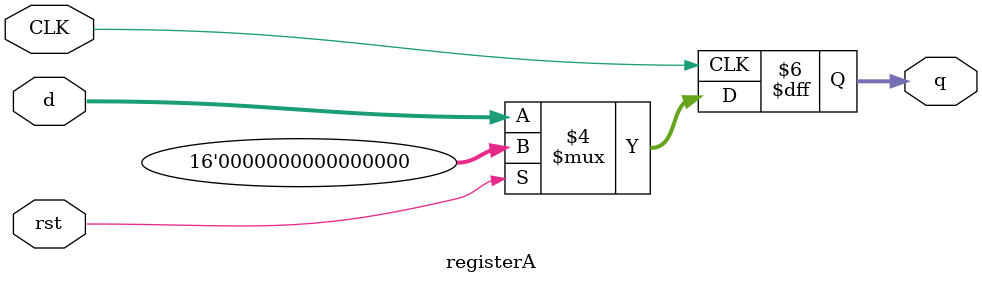
<source format=v>
module registerA(
    input [15:0] d,
    input rst,
    output reg [15:0] q,
    input CLK
    );

always @ (posedge(CLK))
begin
	if (rst != 1) begin 
		q = d;
	end else begin
		q = 0;
	end
end

endmodule
</source>
